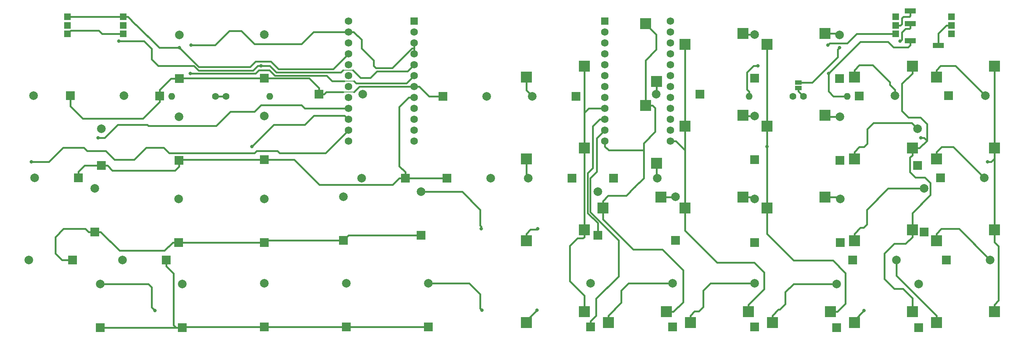
<source format=gbr>
G04 #@! TF.FileFunction,Copper,L2,Bot,Signal*
%FSLAX46Y46*%
G04 Gerber Fmt 4.6, Leading zero omitted, Abs format (unit mm)*
G04 Created by KiCad (PCBNEW 4.0.1-stable) date 10-10-2017 08:31:20*
%MOMM*%
G01*
G04 APERTURE LIST*
%ADD10C,0.100000*%
%ADD11R,1.500000X1.000000*%
%ADD12R,2.500000X1.200000*%
%ADD13C,1.600000*%
%ADD14O,1.600000X1.600000*%
%ADD15C,1.998980*%
%ADD16R,1.998980X1.998980*%
%ADD17R,1.524000X1.524000*%
%ADD18C,1.524000*%
%ADD19R,2.550000X2.500000*%
%ADD20R,2.500000X2.550000*%
%ADD21R,1.752600X1.752600*%
%ADD22C,1.752600*%
%ADD23C,0.800000*%
%ADD24C,0.406400*%
%ADD25C,0.203200*%
G04 APERTURE END LIST*
D10*
D11*
X215616000Y-78213000D03*
X215616000Y-79483000D03*
D12*
X248105000Y-69565000D03*
X241605000Y-68465000D03*
X241605000Y-64465000D03*
X241605000Y-61465000D03*
D13*
X216759000Y-81388000D03*
D14*
X226919000Y-81388000D03*
D13*
X214346000Y-81388000D03*
D14*
X204186000Y-81388000D03*
D15*
X244823460Y-102840000D03*
D16*
X244823460Y-113000000D03*
D15*
X169007000Y-103613000D03*
D16*
X169007000Y-113773000D03*
D15*
X153790000Y-81352540D03*
D16*
X163950000Y-81352540D03*
D15*
X182596000Y-80882540D03*
D16*
X192756000Y-80882540D03*
D15*
X205456000Y-67037000D03*
D16*
X205456000Y-77197000D03*
D15*
X225197460Y-67090000D03*
D16*
X225197460Y-77250000D03*
D15*
X238000000Y-81250000D03*
D16*
X229750000Y-81297460D03*
D15*
X259060000Y-81247460D03*
D16*
X250500000Y-81250000D03*
D15*
X243244380Y-88967000D03*
D16*
X243291840Y-97517000D03*
D15*
X225247460Y-86140000D03*
D16*
X225247460Y-96300000D03*
D15*
X205453460Y-85960000D03*
D16*
X205453460Y-96120000D03*
D15*
X182860000Y-100447460D03*
D16*
X172700000Y-100447460D03*
D15*
X167356000Y-124949000D03*
D16*
X167356000Y-135109000D03*
D15*
X152890000Y-100402540D03*
D16*
X163050000Y-100402540D03*
D15*
X187047460Y-104790000D03*
D16*
X187047460Y-114950000D03*
D15*
X205453460Y-105264000D03*
D16*
X205453460Y-115424000D03*
D15*
X225297460Y-105240000D03*
D16*
X225297460Y-115400000D03*
D15*
X258760000Y-100347460D03*
D16*
X248600000Y-100347460D03*
D15*
X238410000Y-119497460D03*
D16*
X228250000Y-119497460D03*
D15*
X224506000Y-125076000D03*
D16*
X224506000Y-135236000D03*
D15*
X205453460Y-124949000D03*
D16*
X205453460Y-135109000D03*
D15*
X186406000Y-124949000D03*
D16*
X186406000Y-135109000D03*
D15*
X243553460Y-125076000D03*
D16*
X243553460Y-135236000D03*
D17*
X238222000Y-66846000D03*
X238222000Y-64846000D03*
X238222000Y-62846000D03*
D18*
X238232000Y-64856000D03*
X238212000Y-62846000D03*
X238232000Y-66856000D03*
D17*
X251186000Y-66846000D03*
X251186000Y-64846000D03*
X251186000Y-62846000D03*
D18*
X251196000Y-64856000D03*
X251176000Y-62846000D03*
X251196000Y-66856000D03*
D15*
X260160000Y-119497460D03*
D16*
X250000000Y-119497460D03*
D19*
X152410000Y-76930000D03*
X165860000Y-74390000D03*
D20*
X182630000Y-77940000D03*
X180090000Y-64490000D03*
D19*
X202690000Y-66770000D03*
X189240000Y-69310000D03*
X221740000Y-66770000D03*
X208290000Y-69310000D03*
X228610000Y-76930000D03*
X242060000Y-74390000D03*
X247660000Y-76930000D03*
X261110000Y-74390000D03*
X202690000Y-85820000D03*
X189240000Y-88360000D03*
X221740000Y-85820000D03*
X208290000Y-88360000D03*
X228610000Y-95980000D03*
X242060000Y-93440000D03*
X247660000Y-95980000D03*
X261110000Y-93440000D03*
X152410000Y-115030000D03*
X165860000Y-112490000D03*
X183640000Y-104870000D03*
X170190000Y-107410000D03*
X202690000Y-104870000D03*
X189240000Y-107410000D03*
X221740000Y-104870000D03*
X208290000Y-107410000D03*
X228610000Y-115030000D03*
X242060000Y-112490000D03*
X247660000Y-115030000D03*
X261110000Y-112490000D03*
X152410000Y-134080000D03*
X165860000Y-131540000D03*
X171460000Y-134080000D03*
X184910000Y-131540000D03*
X190510000Y-134080000D03*
X203960000Y-131540000D03*
X209560000Y-134080000D03*
X223010000Y-131540000D03*
X228610000Y-134080000D03*
X242060000Y-131540000D03*
X247660000Y-134080000D03*
X261110000Y-131540000D03*
X152410000Y-95980000D03*
X165860000Y-93440000D03*
D20*
X182630000Y-96990000D03*
X180090000Y-83540000D03*
D21*
X170658000Y-63862000D03*
D22*
X170658000Y-66402000D03*
X170658000Y-68942000D03*
X170658000Y-71482000D03*
X170658000Y-74022000D03*
X170658000Y-76562000D03*
X170658000Y-79102000D03*
X170658000Y-81642000D03*
X170658000Y-84182000D03*
X170658000Y-86722000D03*
X170658000Y-89262000D03*
X170658000Y-91802000D03*
X185898000Y-91802000D03*
X185898000Y-89262000D03*
X185898000Y-86722000D03*
X185898000Y-84182000D03*
X185898000Y-81642000D03*
X185898000Y-79102000D03*
X185898000Y-76562000D03*
X185898000Y-68942000D03*
X185898000Y-66402000D03*
X185898000Y-63862000D03*
X185898000Y-74022000D03*
X185898000Y-71482000D03*
D21*
X126342000Y-63862000D03*
D22*
X126342000Y-66402000D03*
X126342000Y-68942000D03*
X126342000Y-71482000D03*
X126342000Y-74022000D03*
X126342000Y-76562000D03*
X126342000Y-79102000D03*
X126342000Y-81642000D03*
X126342000Y-84182000D03*
X126342000Y-86722000D03*
X126342000Y-89262000D03*
X126342000Y-91802000D03*
X111102000Y-91802000D03*
X111102000Y-89262000D03*
X111102000Y-86722000D03*
X111102000Y-84182000D03*
X111102000Y-81642000D03*
X111102000Y-79102000D03*
X111102000Y-76562000D03*
X111102000Y-68942000D03*
X111102000Y-66402000D03*
X111102000Y-63862000D03*
X111102000Y-74022000D03*
X111102000Y-71482000D03*
D15*
X36840000Y-119497460D03*
D16*
X47000000Y-119497460D03*
D17*
X45814000Y-66846000D03*
X45814000Y-64846000D03*
X45814000Y-62846000D03*
D18*
X45804000Y-64856000D03*
X45824000Y-62846000D03*
X45804000Y-66856000D03*
D17*
X58778000Y-66846000D03*
X58778000Y-64846000D03*
X58778000Y-62846000D03*
D18*
X58768000Y-64856000D03*
X58788000Y-62846000D03*
X58768000Y-66856000D03*
D15*
X53446540Y-125076000D03*
D16*
X53446540Y-135236000D03*
D15*
X110594000Y-124949000D03*
D16*
X110594000Y-135109000D03*
D15*
X91546540Y-124949000D03*
D16*
X91546540Y-135109000D03*
D15*
X72494000Y-125076000D03*
D16*
X72494000Y-135236000D03*
D15*
X58590000Y-119497460D03*
D16*
X68750000Y-119497460D03*
D15*
X38240000Y-100347460D03*
D16*
X48400000Y-100347460D03*
D15*
X71702540Y-105240000D03*
D16*
X71702540Y-115400000D03*
D15*
X91546540Y-105264000D03*
D16*
X91546540Y-115424000D03*
D15*
X109952540Y-104790000D03*
D16*
X109952540Y-114950000D03*
D15*
X144110000Y-100402540D03*
D16*
X133950000Y-100402540D03*
D15*
X129644000Y-124949000D03*
D16*
X129644000Y-135109000D03*
D15*
X114140000Y-100447460D03*
D16*
X124300000Y-100447460D03*
D15*
X91546540Y-85960000D03*
D16*
X91546540Y-96120000D03*
D15*
X71752540Y-86140000D03*
D16*
X71752540Y-96300000D03*
D15*
X53755620Y-88967000D03*
D16*
X53708160Y-97517000D03*
D15*
X37940000Y-81247460D03*
D16*
X46500000Y-81250000D03*
D15*
X59000000Y-81250000D03*
D16*
X67250000Y-81297460D03*
D15*
X71802540Y-67090000D03*
D16*
X71802540Y-77250000D03*
D15*
X91544000Y-67037000D03*
D16*
X91544000Y-77197000D03*
D15*
X114404000Y-80882540D03*
D16*
X104244000Y-80882540D03*
D15*
X143210000Y-81352540D03*
D16*
X133050000Y-81352540D03*
D15*
X127993000Y-103613000D03*
D16*
X127993000Y-113773000D03*
D15*
X52176540Y-102840000D03*
D16*
X52176540Y-113000000D03*
D13*
X82654000Y-81388000D03*
D14*
X92814000Y-81388000D03*
D13*
X80241000Y-81388000D03*
D14*
X70081000Y-81388000D03*
D23*
X155037000Y-112249000D03*
X141963000Y-112249000D03*
X154910000Y-131172000D03*
X142090000Y-131172000D03*
X230856000Y-131299000D03*
X66144000Y-131299000D03*
X222474000Y-69450000D03*
X74526000Y-69450000D03*
X225141000Y-70085000D03*
X71859000Y-70085000D03*
X208290000Y-93072000D03*
X88710000Y-93072000D03*
X244064000Y-91040000D03*
X52936000Y-91040000D03*
X259558000Y-96628000D03*
X37442000Y-96628000D03*
X222601000Y-76054000D03*
X74399000Y-76054000D03*
X239238000Y-68561000D03*
X206218000Y-74276000D03*
X90782000Y-74276000D03*
X57762000Y-68561000D03*
D24*
X152410000Y-79972540D02*
X153790000Y-81352540D01*
X152410000Y-76930000D02*
X152410000Y-79972540D01*
X113642000Y-79102000D02*
X112372000Y-80372000D01*
X126342000Y-79102000D02*
X113642000Y-79102000D01*
D25*
X112372000Y-80372000D02*
X109832000Y-80372000D01*
D24*
X105957230Y-80372000D02*
X109832000Y-80372000D01*
X133050000Y-81352540D02*
X130660000Y-81352540D01*
X126342000Y-79102000D02*
X127581275Y-79102000D01*
X129831815Y-81352540D02*
X130660000Y-81352540D01*
X127581275Y-79102000D02*
X129831815Y-81352540D01*
X105446690Y-80882540D02*
X104244000Y-80882540D01*
D25*
X105446690Y-80882540D02*
X105514000Y-80815230D01*
D24*
X105957230Y-80372000D02*
X105514000Y-80815230D01*
X101964350Y-77197000D02*
X104244000Y-79476650D01*
X104244000Y-79476650D02*
X104244000Y-80882540D01*
X101704000Y-77197000D02*
X91544000Y-77197000D01*
X101964350Y-77197000D02*
X101704000Y-77197000D01*
X91544000Y-77197000D02*
X71855540Y-77197000D01*
X71855540Y-77197000D02*
X71802540Y-77250000D01*
X49380000Y-86595000D02*
X46500000Y-83715000D01*
X46500000Y-83715000D02*
X46500000Y-81250000D01*
X63358350Y-86595000D02*
X49380000Y-86595000D01*
X67250000Y-81297460D02*
X67250000Y-82703350D01*
X67250000Y-82703350D02*
X63358350Y-86595000D01*
X67250000Y-81297460D02*
X67250000Y-79891570D01*
X67250000Y-79891570D02*
X69891570Y-77250000D01*
X69891570Y-77250000D02*
X71802540Y-77250000D01*
X152410000Y-99922540D02*
X152890000Y-100402540D01*
X152410000Y-95980000D02*
X152410000Y-99922540D01*
X124300000Y-100447460D02*
X124300000Y-99041570D01*
X124300000Y-99041570D02*
X122913000Y-97654570D01*
X122913000Y-97654570D02*
X122913000Y-83831725D01*
X122913000Y-83831725D02*
X125102725Y-81642000D01*
X126342000Y-81642000D02*
X125102725Y-81642000D01*
X125102725Y-81642000D02*
X124848725Y-81896000D01*
X104371000Y-101962000D02*
X98529000Y-96120000D01*
X98529000Y-96120000D02*
X92952430Y-96120000D01*
X121379570Y-101962000D02*
X104371000Y-101962000D01*
X124300000Y-100447460D02*
X122894110Y-100447460D01*
X122894110Y-100447460D02*
X121379570Y-101962000D01*
X53708160Y-97517000D02*
X49824570Y-97517000D01*
X49824570Y-97517000D02*
X48400000Y-98941570D01*
X48400000Y-98941570D02*
X48400000Y-100347460D01*
X70798430Y-98660000D02*
X56257050Y-98660000D01*
X56257050Y-98660000D02*
X55114050Y-97517000D01*
X55114050Y-97517000D02*
X53708160Y-97517000D01*
X71752540Y-96300000D02*
X71752540Y-97705890D01*
X71752540Y-97705890D02*
X70798430Y-98660000D01*
X91546540Y-96120000D02*
X71932540Y-96120000D01*
X71932540Y-96120000D02*
X71752540Y-96300000D01*
X92952430Y-96120000D02*
X91546540Y-96120000D01*
X133950000Y-100402540D02*
X124344920Y-100402540D01*
X124344920Y-100402540D02*
X124300000Y-100447460D01*
X152410000Y-113373600D02*
X153407600Y-112376000D01*
X152410000Y-115030000D02*
X152410000Y-113373600D01*
X154910000Y-112376000D02*
X155037000Y-112249000D01*
X153407600Y-112376000D02*
X154910000Y-112376000D01*
X141709000Y-107804000D02*
X137518000Y-103613000D01*
X137518000Y-103613000D02*
X127993000Y-103613000D01*
X141709000Y-111429315D02*
X141709000Y-107804000D01*
X141963000Y-112249000D02*
X141963000Y-111683315D01*
X141963000Y-111683315D02*
X141709000Y-111429315D01*
X169007000Y-110880278D02*
X169007000Y-113773000D01*
X166670189Y-99218811D02*
X166670189Y-108543467D01*
X167813190Y-98075810D02*
X166670189Y-99218811D01*
X167813190Y-88296810D02*
X167813190Y-98075810D01*
X166670189Y-108543467D02*
X169007000Y-110880278D01*
X167843915Y-88296810D02*
X167813190Y-88296810D01*
X169418725Y-86722000D02*
X167843915Y-88296810D01*
X170658000Y-86722000D02*
X169418725Y-86722000D01*
X127993000Y-113773000D02*
X111129540Y-113773000D01*
X111129540Y-113773000D02*
X109952540Y-114950000D01*
X109952540Y-114950000D02*
X92020540Y-114950000D01*
X92020540Y-114950000D02*
X91546540Y-115424000D01*
X91546540Y-115424000D02*
X71726540Y-115424000D01*
X71726540Y-115424000D02*
X71702540Y-115400000D01*
X71702540Y-115400000D02*
X70296650Y-115400000D01*
X70296650Y-115400000D02*
X68367650Y-117329000D01*
X57911430Y-117329000D02*
X68367650Y-117329000D01*
X52176540Y-113000000D02*
X53582430Y-113000000D01*
X53582430Y-113000000D02*
X57911430Y-117329000D01*
X43030000Y-117964000D02*
X44563460Y-119497460D01*
X44563460Y-119497460D02*
X47000000Y-119497460D01*
X43030000Y-114154000D02*
X43030000Y-117964000D01*
X44935000Y-112249000D02*
X43030000Y-114154000D01*
X50019650Y-112249000D02*
X44935000Y-112249000D01*
X52176540Y-113000000D02*
X50770650Y-113000000D01*
X50770650Y-113000000D02*
X50019650Y-112249000D01*
X152410000Y-133672000D02*
X154910000Y-131172000D01*
X152410000Y-134080000D02*
X152410000Y-133672000D01*
X142090000Y-131172000D02*
X141690001Y-130772001D01*
X141690001Y-130772001D02*
X141690001Y-127470001D01*
X141690001Y-127470001D02*
X139169000Y-124949000D01*
X139169000Y-124949000D02*
X129644000Y-124949000D01*
X168753000Y-91167000D02*
X170658000Y-89262000D01*
X168753000Y-98914000D02*
X168753000Y-91167000D01*
X167229000Y-100438000D02*
X168753000Y-98914000D01*
X173833000Y-114916000D02*
X167229000Y-108312000D01*
X167229000Y-108312000D02*
X167229000Y-100438000D01*
X173833000Y-123298000D02*
X173833000Y-114916000D01*
X168626000Y-132433110D02*
X168626000Y-128505000D01*
X167356000Y-133703110D02*
X168626000Y-132433110D01*
X168626000Y-128505000D02*
X173833000Y-123298000D01*
X167356000Y-135109000D02*
X167356000Y-133703110D01*
X70462000Y-134220000D02*
X70462000Y-134609890D01*
X70462000Y-134609890D02*
X71088110Y-135236000D01*
X71088110Y-135236000D02*
X72494000Y-135236000D01*
X70462000Y-131798110D02*
X70462000Y-134220000D01*
X70462000Y-122615350D02*
X70462000Y-131798110D01*
X68750000Y-119497460D02*
X68750000Y-120903350D01*
X68750000Y-120903350D02*
X70462000Y-122615350D01*
X71088110Y-135236000D02*
X53446540Y-135236000D01*
X91546540Y-135109000D02*
X72621000Y-135109000D01*
X72621000Y-135109000D02*
X72494000Y-135236000D01*
X110594000Y-135109000D02*
X109188110Y-135109000D01*
X109188110Y-135109000D02*
X91546540Y-135109000D01*
X129644000Y-135109000D02*
X110594000Y-135109000D01*
X182630000Y-80848540D02*
X182596000Y-80882540D01*
X182630000Y-77940000D02*
X182630000Y-80848540D01*
X182630000Y-100217460D02*
X182860000Y-100447460D01*
X182630000Y-96990000D02*
X182630000Y-100217460D01*
X186967460Y-104870000D02*
X187047460Y-104790000D01*
X183640000Y-104870000D02*
X186967460Y-104870000D01*
X186406000Y-124949000D02*
X176119000Y-124949000D01*
X176119000Y-124949000D02*
X174468000Y-126600000D01*
X171460000Y-132423600D02*
X171460000Y-134080000D01*
X174468000Y-129415600D02*
X171460000Y-132423600D01*
X174468000Y-126600000D02*
X174468000Y-129415600D01*
X202957000Y-67037000D02*
X202690000Y-66770000D01*
X205456000Y-67037000D02*
X202957000Y-67037000D01*
X202830000Y-85960000D02*
X202690000Y-85820000D01*
X205453460Y-85960000D02*
X202830000Y-85960000D01*
X205059460Y-104870000D02*
X205453460Y-105264000D01*
X202690000Y-104870000D02*
X205059460Y-104870000D01*
X193518000Y-126600000D02*
X195169000Y-124949000D01*
X193518000Y-130410000D02*
X193518000Y-126600000D01*
X195169000Y-124949000D02*
X205453460Y-124949000D01*
X192502000Y-131426000D02*
X193518000Y-130410000D01*
X191507600Y-131426000D02*
X192502000Y-131426000D01*
X190510000Y-132423600D02*
X191507600Y-131426000D01*
X190510000Y-134080000D02*
X190510000Y-132423600D01*
X224877460Y-66770000D02*
X225197460Y-67090000D01*
X221740000Y-66770000D02*
X224877460Y-66770000D01*
X222060000Y-86140000D02*
X221740000Y-85820000D01*
X225247460Y-86140000D02*
X222060000Y-86140000D01*
X224927460Y-104870000D02*
X225297460Y-105240000D01*
X221740000Y-104870000D02*
X224927460Y-104870000D01*
X212568000Y-126981000D02*
X214473000Y-125076000D01*
X211298000Y-131045000D02*
X212568000Y-129775000D01*
X214473000Y-125076000D02*
X224506000Y-125076000D01*
X210938600Y-131045000D02*
X211298000Y-131045000D01*
X209560000Y-132423600D02*
X210938600Y-131045000D01*
X212568000Y-129775000D02*
X212568000Y-126981000D01*
X209560000Y-134080000D02*
X209560000Y-132423600D01*
X238000000Y-79836508D02*
X236825000Y-78661508D01*
X238000000Y-81250000D02*
X238000000Y-79836508D01*
X228610000Y-75273600D02*
X229734600Y-74149000D01*
X228610000Y-76930000D02*
X228610000Y-75273600D01*
X229734600Y-74149000D02*
X232888000Y-74149000D01*
X232888000Y-74149000D02*
X236825000Y-78086000D01*
X236825000Y-78086000D02*
X236825000Y-78661508D01*
X228610000Y-94323600D02*
X229734600Y-93199000D01*
X228610000Y-95980000D02*
X228610000Y-94323600D01*
X229734600Y-93199000D02*
X230856000Y-93199000D01*
X230856000Y-93199000D02*
X231618000Y-92437000D01*
X231618000Y-92437000D02*
X231618000Y-89008000D01*
X231618000Y-89008000D02*
X233015000Y-87611000D01*
X241888380Y-87611000D02*
X243244380Y-88967000D01*
X233015000Y-87611000D02*
X241888380Y-87611000D01*
X228610000Y-113373600D02*
X228610000Y-115030000D01*
X230729000Y-111995000D02*
X229988600Y-111995000D01*
X229988600Y-111995000D02*
X228610000Y-113373600D01*
X231491000Y-111233000D02*
X230729000Y-111995000D01*
X231491000Y-107804000D02*
X231491000Y-111233000D01*
X236455000Y-102840000D02*
X231491000Y-107804000D01*
X244823460Y-102840000D02*
X236455000Y-102840000D01*
X228610000Y-133545000D02*
X230856000Y-131299000D01*
X228610000Y-134080000D02*
X228610000Y-133545000D01*
X53446540Y-125076000D02*
X64620000Y-125076000D01*
X64620000Y-125076000D02*
X65382000Y-125838000D01*
X65382000Y-125838000D02*
X65382000Y-130537000D01*
X65382000Y-130537000D02*
X66144000Y-131299000D01*
X247660000Y-75273600D02*
X248657600Y-74276000D01*
X247660000Y-76930000D02*
X247660000Y-75273600D01*
X252446000Y-74633460D02*
X259060000Y-81247460D01*
X252088540Y-74276000D02*
X252446000Y-74633460D01*
X248657600Y-74276000D02*
X252088540Y-74276000D01*
X247660000Y-95980000D02*
X247660000Y-94323600D01*
X251557000Y-93144460D02*
X258760000Y-100347460D01*
X248839140Y-93144460D02*
X247660000Y-94323600D01*
X251557000Y-93144460D02*
X248839140Y-93144460D01*
X252911540Y-112249000D02*
X260160000Y-119497460D01*
X248784600Y-112249000D02*
X252911540Y-112249000D01*
X247660000Y-113373600D02*
X248784600Y-112249000D01*
X247660000Y-115030000D02*
X247660000Y-113373600D01*
X247660000Y-132423600D02*
X247660000Y-134080000D01*
X238410000Y-123173600D02*
X247660000Y-132423600D01*
X238410000Y-123044000D02*
X238410000Y-123173600D01*
X238410000Y-123044000D02*
X238410000Y-119497460D01*
X222873999Y-69050001D02*
X226937999Y-69050001D01*
X222474000Y-69450000D02*
X222873999Y-69050001D01*
X229132000Y-66856000D02*
X238232000Y-66856000D01*
X226937999Y-69050001D02*
X229132000Y-66856000D01*
X53136001Y-66094001D02*
X53898000Y-66856000D01*
X46565999Y-66094001D02*
X53136001Y-66094001D01*
X45804000Y-66856000D02*
X46565999Y-66094001D01*
X53898000Y-66856000D02*
X58768000Y-66856000D01*
X126342000Y-68942000D02*
X126342000Y-71482000D01*
X111102000Y-66402000D02*
X112341275Y-66402000D01*
X112341275Y-66402000D02*
X114150000Y-68210725D01*
X117452000Y-74784000D02*
X121262000Y-74784000D01*
X114150000Y-68210725D02*
X114150000Y-70212000D01*
X116944000Y-74276000D02*
X117452000Y-74784000D01*
X114150000Y-70212000D02*
X116944000Y-73006000D01*
X116944000Y-73006000D02*
X116944000Y-74276000D01*
X121262000Y-74784000D02*
X125834000Y-70212000D01*
X125834000Y-70212000D02*
X126311275Y-70212000D01*
X126311275Y-70212000D02*
X126342000Y-70181275D01*
X126342000Y-70181275D02*
X126342000Y-68942000D01*
X111102000Y-66402000D02*
X102974000Y-66402000D01*
X102974000Y-66402000D02*
X100180000Y-69196000D01*
X100180000Y-69196000D02*
X89258000Y-69196000D01*
X89258000Y-69196000D02*
X86210000Y-66148000D01*
X86210000Y-66148000D02*
X83416000Y-66148000D01*
X83416000Y-66148000D02*
X80114000Y-69450000D01*
X80114000Y-69450000D02*
X74526000Y-69450000D01*
X250118370Y-64856000D02*
X251196000Y-64856000D01*
X250007600Y-64856000D02*
X250118370Y-64856000D01*
X248105000Y-66758600D02*
X250007600Y-64856000D01*
X248105000Y-69565000D02*
X248105000Y-66758600D01*
X225141000Y-70085000D02*
X224741001Y-70484999D01*
X224741001Y-71736000D02*
X224741001Y-72262999D01*
X224741001Y-70484999D02*
X224741001Y-71736000D01*
X218791000Y-78213000D02*
X215616000Y-78213000D01*
X224741001Y-72262999D02*
X218791000Y-78213000D01*
X58788000Y-62846000D02*
X45824000Y-62846000D01*
X89512000Y-73260000D02*
X88242000Y-74530000D01*
X76050000Y-74276000D02*
X71859000Y-70085000D01*
X88242000Y-74530000D02*
X76304000Y-74530000D01*
X76304000Y-74530000D02*
X76050000Y-74276000D01*
X111102000Y-71482000D02*
X107546000Y-75038000D01*
X107546000Y-75038000D02*
X94846000Y-75038000D01*
X93068000Y-73260000D02*
X89512000Y-73260000D01*
X94846000Y-75038000D02*
X93068000Y-73260000D01*
X58788000Y-62846000D02*
X59865630Y-62846000D01*
X61754370Y-64679370D02*
X67160000Y-70085000D01*
X67160000Y-70085000D02*
X71859000Y-70085000D01*
X61699000Y-64679370D02*
X61754370Y-64679370D01*
X59865630Y-62846000D02*
X61699000Y-64679370D01*
X239309630Y-64856000D02*
X239619000Y-64546630D01*
X238232000Y-64856000D02*
X239309630Y-64856000D01*
X239619000Y-64546630D02*
X239619000Y-63227000D01*
X239619000Y-63227000D02*
X240000000Y-62846000D01*
X240000000Y-62846000D02*
X241397000Y-62846000D01*
X241605000Y-62638000D02*
X241605000Y-61465000D01*
X241397000Y-62846000D02*
X241605000Y-62638000D01*
X165860000Y-95096400D02*
X165860000Y-112490000D01*
X165860000Y-93440000D02*
X165860000Y-95096400D01*
X165860000Y-74390000D02*
X165860000Y-76046400D01*
X165860000Y-131540000D02*
X165860000Y-127771000D01*
X165860000Y-127771000D02*
X162530000Y-124441000D01*
X162530000Y-124441000D02*
X162530000Y-116186000D01*
X162530000Y-116186000D02*
X164308000Y-114408000D01*
X165860000Y-114146400D02*
X165860000Y-112490000D01*
X165598400Y-114408000D02*
X165860000Y-114146400D01*
X164308000Y-114408000D02*
X165598400Y-114408000D01*
X165860000Y-89135000D02*
X165860000Y-93440000D01*
X165860000Y-76046400D02*
X165860000Y-84309000D01*
X166876000Y-84182000D02*
X165860000Y-85198000D01*
X170658000Y-84182000D02*
X166876000Y-84182000D01*
X165860000Y-85198000D02*
X165860000Y-89135000D01*
X165860000Y-84309000D02*
X165860000Y-85198000D01*
X170190000Y-105753600D02*
X171441600Y-104502000D01*
X170190000Y-107410000D02*
X170190000Y-105753600D01*
X171441600Y-104502000D02*
X175611000Y-104502000D01*
X186591400Y-131540000D02*
X188819000Y-129312400D01*
X184910000Y-131540000D02*
X186591400Y-131540000D01*
X188819000Y-121901000D02*
X183993000Y-117075000D01*
X183993000Y-117075000D02*
X177262000Y-117075000D01*
X170190000Y-110003000D02*
X170190000Y-107410000D01*
X177262000Y-117075000D02*
X170190000Y-110003000D01*
X188819000Y-129312400D02*
X188819000Y-121901000D01*
X181746400Y-83540000D02*
X182342000Y-84135600D01*
X180090000Y-83540000D02*
X181746400Y-83540000D01*
X182342000Y-84135600D02*
X182342000Y-89643000D01*
X182342000Y-89643000D02*
X179675000Y-92310000D01*
X179675000Y-100438000D02*
X177516000Y-102597000D01*
X177516000Y-102597000D02*
X177643000Y-102470000D01*
X175611000Y-104502000D02*
X177516000Y-102597000D01*
X180090000Y-64515000D02*
X180090000Y-64490000D01*
X182596000Y-67021000D02*
X180090000Y-64515000D01*
X182596000Y-70466000D02*
X182596000Y-67021000D01*
X180090000Y-72972000D02*
X182596000Y-70466000D01*
X180090000Y-83540000D02*
X180090000Y-72972000D01*
X172055000Y-93961000D02*
X179675000Y-93961000D01*
X179675000Y-93961000D02*
X179675000Y-100438000D01*
X179675000Y-92310000D02*
X179675000Y-93961000D01*
X171577725Y-93961000D02*
X172055000Y-93961000D01*
X170658000Y-93041275D02*
X171577725Y-93961000D01*
X170658000Y-91802000D02*
X170658000Y-93041275D01*
X203960000Y-129883600D02*
X207615000Y-126228600D01*
X203960000Y-131540000D02*
X203960000Y-129883600D01*
X207615000Y-126228600D02*
X207615000Y-122409000D01*
X207615000Y-122409000D02*
X205329000Y-120123000D01*
X205329000Y-120123000D02*
X196693000Y-120123000D01*
X189240000Y-112670000D02*
X189240000Y-107410000D01*
X196693000Y-120123000D02*
X189240000Y-112670000D01*
X189240000Y-88360000D02*
X189240000Y-90016400D01*
X189240000Y-70966400D02*
X189240000Y-88360000D01*
X189240000Y-69310000D02*
X189240000Y-70966400D01*
X189240000Y-90016400D02*
X189240000Y-91802000D01*
X189240000Y-93904725D02*
X189240000Y-94342000D01*
X187137275Y-91802000D02*
X189240000Y-93904725D01*
X185898000Y-91802000D02*
X187137275Y-91802000D01*
X189240000Y-94342000D02*
X189240000Y-107410000D01*
X189240000Y-91802000D02*
X189240000Y-94342000D01*
X224691400Y-131540000D02*
X226538000Y-129693400D01*
X223010000Y-131540000D02*
X224691400Y-131540000D01*
X226538000Y-129693400D02*
X226538000Y-122536000D01*
X226538000Y-122536000D02*
X223617000Y-119615000D01*
X223617000Y-119615000D02*
X214473000Y-119615000D01*
X208290000Y-113432000D02*
X208290000Y-107410000D01*
X214473000Y-119615000D02*
X208290000Y-113432000D01*
X208290000Y-107410000D02*
X208290000Y-105753600D01*
X208290000Y-88360000D02*
X208290000Y-69310000D01*
X208290000Y-93072000D02*
X208290000Y-88360000D01*
X208290000Y-105753600D02*
X208290000Y-93072000D01*
X103088299Y-85845701D02*
X110225701Y-85845701D01*
X110225701Y-85845701D02*
X111102000Y-86722000D01*
X100942000Y-87992000D02*
X93790000Y-87992000D01*
X93790000Y-87992000D02*
X88710000Y-93072000D01*
X103088299Y-85845701D02*
X100942000Y-87992000D01*
X242060000Y-95096400D02*
X241524000Y-95632400D01*
X242060000Y-93440000D02*
X242060000Y-95096400D01*
X237841000Y-115678000D02*
X240528400Y-115678000D01*
X235555000Y-117964000D02*
X237841000Y-115678000D01*
X240528400Y-115678000D02*
X242060000Y-114146400D01*
X235555000Y-123933000D02*
X235555000Y-117964000D01*
X237841000Y-126219000D02*
X235555000Y-123933000D01*
X242060000Y-114146400D02*
X242060000Y-112490000D01*
X239873000Y-126219000D02*
X237841000Y-126219000D01*
X242060000Y-128406000D02*
X239873000Y-126219000D01*
X242060000Y-131540000D02*
X242060000Y-128406000D01*
X242060000Y-112490000D02*
X242060000Y-108538000D01*
X242060000Y-108538000D02*
X246223000Y-104375000D01*
X246223000Y-104375000D02*
X246223000Y-101581000D01*
X246223000Y-101581000D02*
X244953000Y-100311000D01*
X242794000Y-100311000D02*
X241524000Y-99041000D01*
X244953000Y-100311000D02*
X242794000Y-100311000D01*
X241524000Y-95632400D02*
X241524000Y-99041000D01*
X239725600Y-78360400D02*
X239746000Y-78360400D01*
X242060000Y-76046400D02*
X242060000Y-74390000D01*
X239619000Y-78467000D02*
X239725600Y-78360400D01*
X243937000Y-86341000D02*
X241143000Y-86341000D01*
X239619000Y-84817000D02*
X239619000Y-78467000D01*
X245461000Y-91720400D02*
X245461000Y-87865000D01*
X239746000Y-78360400D02*
X242060000Y-76046400D01*
X245461000Y-87865000D02*
X243937000Y-86341000D01*
X243741400Y-93440000D02*
X245461000Y-91720400D01*
X241143000Y-86341000D02*
X239619000Y-84817000D01*
X242060000Y-93440000D02*
X243741400Y-93440000D01*
X244780600Y-91040000D02*
X245461000Y-91720400D01*
X244064000Y-91040000D02*
X244780600Y-91040000D01*
X52936000Y-91040000D02*
X54460000Y-91040000D01*
X90782000Y-83420000D02*
X100180000Y-83420000D01*
X54460000Y-91040000D02*
X57508000Y-87992000D01*
X57508000Y-87992000D02*
X64366000Y-87992000D01*
X64366000Y-87992000D02*
X64620000Y-88246000D01*
X64620000Y-88246000D02*
X80368000Y-88246000D01*
X100942000Y-84182000D02*
X111102000Y-84182000D01*
X80368000Y-88246000D02*
X83670000Y-84944000D01*
X83670000Y-84944000D02*
X89258000Y-84944000D01*
X89258000Y-84944000D02*
X90782000Y-83420000D01*
X100180000Y-83420000D02*
X100942000Y-84182000D01*
X261110000Y-76046400D02*
X261110000Y-93440000D01*
X261110000Y-74390000D02*
X261110000Y-76046400D01*
X261110000Y-93440000D02*
X261110000Y-95096400D01*
X261110000Y-129883600D02*
X262098000Y-128895600D01*
X261110000Y-131540000D02*
X261110000Y-129883600D01*
X262098000Y-128895600D02*
X262098000Y-116313000D01*
X261110000Y-115325000D02*
X261110000Y-112490000D01*
X262098000Y-116313000D02*
X261110000Y-115325000D01*
X260348000Y-96628000D02*
X261110000Y-95866000D01*
X259558000Y-96628000D02*
X260348000Y-96628000D01*
X261110000Y-95866000D02*
X261110000Y-112490000D01*
X261110000Y-95096400D02*
X261110000Y-95866000D01*
X37442000Y-96628000D02*
X41506000Y-96628000D01*
X41506000Y-96628000D02*
X44808000Y-93326000D01*
X44808000Y-93326000D02*
X49634000Y-93326000D01*
X68176000Y-93326000D02*
X69446000Y-94596000D01*
X89766000Y-94088000D02*
X94592000Y-94088000D01*
X49634000Y-93326000D02*
X50432399Y-94124399D01*
X69446000Y-94596000D02*
X89258000Y-94596000D01*
X50432399Y-94124399D02*
X54750399Y-94124399D01*
X105768000Y-94596000D02*
X111102000Y-89262000D01*
X54750399Y-94124399D02*
X56746000Y-96120000D01*
X56746000Y-96120000D02*
X61318000Y-96120000D01*
X61318000Y-96120000D02*
X64112000Y-93326000D01*
X89258000Y-94596000D02*
X89766000Y-94088000D01*
X64112000Y-93326000D02*
X68176000Y-93326000D01*
X95100000Y-94596000D02*
X105768000Y-94596000D01*
X94592000Y-94088000D02*
X95100000Y-94596000D01*
X241605000Y-68465000D02*
X241605000Y-69471400D01*
X237714000Y-69958000D02*
X241118400Y-69958000D01*
X236444000Y-68688000D02*
X237714000Y-69958000D01*
X241118400Y-69958000D02*
X241605000Y-69471400D01*
X229967000Y-68688000D02*
X236444000Y-68688000D01*
X222601000Y-80245000D02*
X222601000Y-76054000D01*
X222601000Y-76054000D02*
X229967000Y-68688000D01*
X223744000Y-81388000D02*
X222601000Y-80245000D01*
X226919000Y-81388000D02*
X223744000Y-81388000D01*
X106022000Y-76562000D02*
X94055722Y-76562000D01*
X89512000Y-76054000D02*
X74964685Y-76054000D01*
X110086000Y-77832000D02*
X107292000Y-77832000D01*
X107292000Y-77832000D02*
X106022000Y-76562000D01*
X94055722Y-76562000D02*
X92785722Y-75292000D01*
X74964685Y-76054000D02*
X74399000Y-76054000D01*
X92785722Y-75292000D02*
X90274000Y-75292000D01*
X90274000Y-75292000D02*
X89512000Y-76054000D01*
D25*
X112372000Y-77832000D02*
X110086000Y-77832000D01*
D24*
X112880000Y-78340000D02*
X112372000Y-77832000D01*
X124564000Y-78340000D02*
X112880000Y-78340000D01*
X124768399Y-78135601D02*
X124564000Y-78340000D01*
X126342000Y-76562000D02*
X124768399Y-78135601D01*
X204186000Y-81388000D02*
X204186000Y-80256630D01*
X239637999Y-68161001D02*
X239637999Y-66510001D01*
X239238000Y-68561000D02*
X239637999Y-68161001D01*
X239637999Y-66510001D02*
X240508000Y-65640000D01*
X241605000Y-65471400D02*
X241605000Y-64465000D01*
X241436400Y-65640000D02*
X241605000Y-65471400D01*
X240508000Y-65640000D02*
X241436400Y-65640000D01*
X204186000Y-80256630D02*
X203678000Y-79748630D01*
X203678000Y-75800000D02*
X205202000Y-74276000D01*
X205202000Y-74276000D02*
X206218000Y-74276000D01*
X203678000Y-79748630D02*
X203678000Y-75800000D01*
D25*
X109832000Y-75292000D02*
X112118000Y-75292000D01*
D24*
X112372000Y-75546000D02*
X112118000Y-75292000D01*
X117706000Y-75546000D02*
X124818000Y-75546000D01*
X124818000Y-75546000D02*
X126342000Y-74022000D01*
X116182000Y-77070000D02*
X117706000Y-75546000D01*
X113896000Y-77070000D02*
X116182000Y-77070000D01*
X112372000Y-75546000D02*
X113896000Y-77070000D01*
X109324000Y-75800000D02*
X109832000Y-75292000D01*
X94338000Y-75800000D02*
X109324000Y-75800000D01*
X94084000Y-75546000D02*
X94338000Y-75800000D01*
X92814000Y-74276000D02*
X94084000Y-75546000D01*
X90782000Y-74276000D02*
X92814000Y-74276000D01*
X57762000Y-68561000D02*
X63604000Y-68561000D01*
X63604000Y-68561000D02*
X65382000Y-70339000D01*
X65382000Y-70339000D02*
X65382000Y-72752000D01*
X65382000Y-72752000D02*
X66906000Y-74276000D01*
X75259722Y-74276000D02*
X76326532Y-75342810D01*
X88953190Y-75342810D02*
X90020000Y-74276000D01*
X66906000Y-74276000D02*
X75259722Y-74276000D01*
X76326532Y-75342810D02*
X88953190Y-75342810D01*
X90020000Y-74276000D02*
X90782000Y-74276000D01*
X215616000Y-80245000D02*
X216759000Y-81388000D01*
X215616000Y-79483000D02*
X215616000Y-80245000D01*
X80241000Y-81388000D02*
X82654000Y-81388000D01*
M02*

</source>
